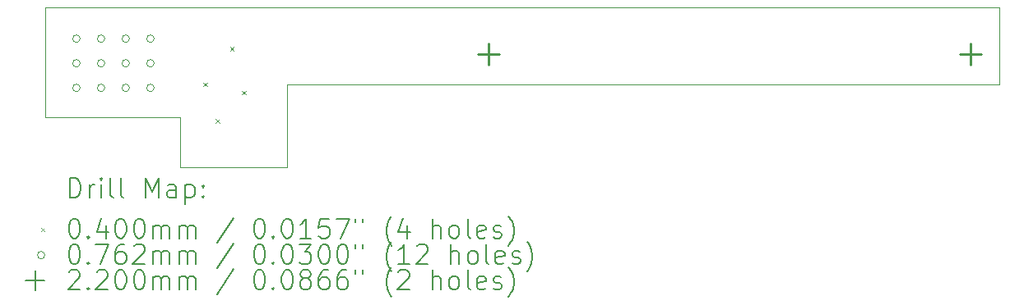
<source format=gbr>
%TF.GenerationSoftware,KiCad,Pcbnew,(6.0.8-1)-1*%
%TF.CreationDate,2023-12-09T20:57:14-06:00*%
%TF.ProjectId,RIO to STEMMA Dual,52494f20-746f-4205-9354-454d4d412044,rev?*%
%TF.SameCoordinates,Original*%
%TF.FileFunction,Drillmap*%
%TF.FilePolarity,Positive*%
%FSLAX45Y45*%
G04 Gerber Fmt 4.5, Leading zero omitted, Abs format (unit mm)*
G04 Created by KiCad (PCBNEW (6.0.8-1)-1) date 2023-12-09 20:57:14*
%MOMM*%
%LPD*%
G01*
G04 APERTURE LIST*
%ADD10C,0.100000*%
%ADD11C,0.200000*%
%ADD12C,0.040000*%
%ADD13C,0.076200*%
%ADD14C,0.220000*%
G04 APERTURE END LIST*
D10*
X9514840Y-6680200D02*
X8412480Y-6680200D01*
X8412480Y-6169660D02*
X7025320Y-6169660D01*
X8412480Y-6680200D02*
X8412480Y-6169660D01*
X7025320Y-6169660D02*
X7025320Y-5030200D01*
X7025320Y-5030200D02*
X16848150Y-5030200D01*
X9514840Y-5830200D02*
X9514840Y-6680200D01*
X16848150Y-5830200D02*
X9514840Y-5830200D01*
X16848150Y-5030200D02*
X16848150Y-5830200D01*
D11*
D12*
X8651560Y-5806760D02*
X8691560Y-5846760D01*
X8691560Y-5806760D02*
X8651560Y-5846760D01*
X8778560Y-6182680D02*
X8818560Y-6222680D01*
X8818560Y-6182680D02*
X8778560Y-6222680D01*
X8925880Y-5441000D02*
X8965880Y-5481000D01*
X8965880Y-5441000D02*
X8925880Y-5481000D01*
X9047800Y-5893120D02*
X9087800Y-5933120D01*
X9087800Y-5893120D02*
X9047800Y-5933120D01*
D13*
X7383780Y-5354320D02*
G75*
G03*
X7383780Y-5354320I-38100J0D01*
G01*
X7383780Y-5608320D02*
G75*
G03*
X7383780Y-5608320I-38100J0D01*
G01*
X7383780Y-5862320D02*
G75*
G03*
X7383780Y-5862320I-38100J0D01*
G01*
X7637780Y-5354320D02*
G75*
G03*
X7637780Y-5354320I-38100J0D01*
G01*
X7637780Y-5608320D02*
G75*
G03*
X7637780Y-5608320I-38100J0D01*
G01*
X7637780Y-5862320D02*
G75*
G03*
X7637780Y-5862320I-38100J0D01*
G01*
X7891780Y-5354320D02*
G75*
G03*
X7891780Y-5354320I-38100J0D01*
G01*
X7891780Y-5608320D02*
G75*
G03*
X7891780Y-5608320I-38100J0D01*
G01*
X7891780Y-5862320D02*
G75*
G03*
X7891780Y-5862320I-38100J0D01*
G01*
X8145780Y-5354320D02*
G75*
G03*
X8145780Y-5354320I-38100J0D01*
G01*
X8145780Y-5608320D02*
G75*
G03*
X8145780Y-5608320I-38100J0D01*
G01*
X8145780Y-5862320D02*
G75*
G03*
X8145780Y-5862320I-38100J0D01*
G01*
D14*
X11585150Y-5400999D02*
X11585150Y-5620999D01*
X11475150Y-5510999D02*
X11695150Y-5510999D01*
X16548150Y-5400999D02*
X16548150Y-5620999D01*
X16438150Y-5510999D02*
X16658150Y-5510999D01*
D11*
X7277939Y-6995676D02*
X7277939Y-6795676D01*
X7325558Y-6795676D01*
X7354129Y-6805200D01*
X7373177Y-6824248D01*
X7382701Y-6843295D01*
X7392225Y-6881390D01*
X7392225Y-6909962D01*
X7382701Y-6948057D01*
X7373177Y-6967105D01*
X7354129Y-6986152D01*
X7325558Y-6995676D01*
X7277939Y-6995676D01*
X7477939Y-6995676D02*
X7477939Y-6862343D01*
X7477939Y-6900438D02*
X7487463Y-6881390D01*
X7496987Y-6871867D01*
X7516034Y-6862343D01*
X7535082Y-6862343D01*
X7601748Y-6995676D02*
X7601748Y-6862343D01*
X7601748Y-6795676D02*
X7592225Y-6805200D01*
X7601748Y-6814724D01*
X7611272Y-6805200D01*
X7601748Y-6795676D01*
X7601748Y-6814724D01*
X7725558Y-6995676D02*
X7706510Y-6986152D01*
X7696987Y-6967105D01*
X7696987Y-6795676D01*
X7830320Y-6995676D02*
X7811272Y-6986152D01*
X7801748Y-6967105D01*
X7801748Y-6795676D01*
X8058891Y-6995676D02*
X8058891Y-6795676D01*
X8125558Y-6938533D01*
X8192225Y-6795676D01*
X8192225Y-6995676D01*
X8373177Y-6995676D02*
X8373177Y-6890914D01*
X8363653Y-6871867D01*
X8344606Y-6862343D01*
X8306510Y-6862343D01*
X8287463Y-6871867D01*
X8373177Y-6986152D02*
X8354129Y-6995676D01*
X8306510Y-6995676D01*
X8287463Y-6986152D01*
X8277939Y-6967105D01*
X8277939Y-6948057D01*
X8287463Y-6929009D01*
X8306510Y-6919486D01*
X8354129Y-6919486D01*
X8373177Y-6909962D01*
X8468415Y-6862343D02*
X8468415Y-7062343D01*
X8468415Y-6871867D02*
X8487463Y-6862343D01*
X8525558Y-6862343D01*
X8544606Y-6871867D01*
X8554130Y-6881390D01*
X8563653Y-6900438D01*
X8563653Y-6957581D01*
X8554130Y-6976628D01*
X8544606Y-6986152D01*
X8525558Y-6995676D01*
X8487463Y-6995676D01*
X8468415Y-6986152D01*
X8649368Y-6976628D02*
X8658891Y-6986152D01*
X8649368Y-6995676D01*
X8639844Y-6986152D01*
X8649368Y-6976628D01*
X8649368Y-6995676D01*
X8649368Y-6871867D02*
X8658891Y-6881390D01*
X8649368Y-6890914D01*
X8639844Y-6881390D01*
X8649368Y-6871867D01*
X8649368Y-6890914D01*
D12*
X6980320Y-7305200D02*
X7020320Y-7345200D01*
X7020320Y-7305200D02*
X6980320Y-7345200D01*
D11*
X7316034Y-7215676D02*
X7335082Y-7215676D01*
X7354129Y-7225200D01*
X7363653Y-7234724D01*
X7373177Y-7253771D01*
X7382701Y-7291867D01*
X7382701Y-7339486D01*
X7373177Y-7377581D01*
X7363653Y-7396628D01*
X7354129Y-7406152D01*
X7335082Y-7415676D01*
X7316034Y-7415676D01*
X7296987Y-7406152D01*
X7287463Y-7396628D01*
X7277939Y-7377581D01*
X7268415Y-7339486D01*
X7268415Y-7291867D01*
X7277939Y-7253771D01*
X7287463Y-7234724D01*
X7296987Y-7225200D01*
X7316034Y-7215676D01*
X7468415Y-7396628D02*
X7477939Y-7406152D01*
X7468415Y-7415676D01*
X7458891Y-7406152D01*
X7468415Y-7396628D01*
X7468415Y-7415676D01*
X7649368Y-7282343D02*
X7649368Y-7415676D01*
X7601748Y-7206152D02*
X7554129Y-7349009D01*
X7677939Y-7349009D01*
X7792225Y-7215676D02*
X7811272Y-7215676D01*
X7830320Y-7225200D01*
X7839844Y-7234724D01*
X7849368Y-7253771D01*
X7858891Y-7291867D01*
X7858891Y-7339486D01*
X7849368Y-7377581D01*
X7839844Y-7396628D01*
X7830320Y-7406152D01*
X7811272Y-7415676D01*
X7792225Y-7415676D01*
X7773177Y-7406152D01*
X7763653Y-7396628D01*
X7754129Y-7377581D01*
X7744606Y-7339486D01*
X7744606Y-7291867D01*
X7754129Y-7253771D01*
X7763653Y-7234724D01*
X7773177Y-7225200D01*
X7792225Y-7215676D01*
X7982701Y-7215676D02*
X8001748Y-7215676D01*
X8020796Y-7225200D01*
X8030320Y-7234724D01*
X8039844Y-7253771D01*
X8049368Y-7291867D01*
X8049368Y-7339486D01*
X8039844Y-7377581D01*
X8030320Y-7396628D01*
X8020796Y-7406152D01*
X8001748Y-7415676D01*
X7982701Y-7415676D01*
X7963653Y-7406152D01*
X7954129Y-7396628D01*
X7944606Y-7377581D01*
X7935082Y-7339486D01*
X7935082Y-7291867D01*
X7944606Y-7253771D01*
X7954129Y-7234724D01*
X7963653Y-7225200D01*
X7982701Y-7215676D01*
X8135082Y-7415676D02*
X8135082Y-7282343D01*
X8135082Y-7301390D02*
X8144606Y-7291867D01*
X8163653Y-7282343D01*
X8192225Y-7282343D01*
X8211272Y-7291867D01*
X8220796Y-7310914D01*
X8220796Y-7415676D01*
X8220796Y-7310914D02*
X8230320Y-7291867D01*
X8249368Y-7282343D01*
X8277939Y-7282343D01*
X8296987Y-7291867D01*
X8306510Y-7310914D01*
X8306510Y-7415676D01*
X8401749Y-7415676D02*
X8401749Y-7282343D01*
X8401749Y-7301390D02*
X8411272Y-7291867D01*
X8430320Y-7282343D01*
X8458891Y-7282343D01*
X8477939Y-7291867D01*
X8487463Y-7310914D01*
X8487463Y-7415676D01*
X8487463Y-7310914D02*
X8496987Y-7291867D01*
X8516034Y-7282343D01*
X8544606Y-7282343D01*
X8563653Y-7291867D01*
X8573177Y-7310914D01*
X8573177Y-7415676D01*
X8963653Y-7206152D02*
X8792225Y-7463295D01*
X9220796Y-7215676D02*
X9239844Y-7215676D01*
X9258891Y-7225200D01*
X9268415Y-7234724D01*
X9277939Y-7253771D01*
X9287463Y-7291867D01*
X9287463Y-7339486D01*
X9277939Y-7377581D01*
X9268415Y-7396628D01*
X9258891Y-7406152D01*
X9239844Y-7415676D01*
X9220796Y-7415676D01*
X9201749Y-7406152D01*
X9192225Y-7396628D01*
X9182701Y-7377581D01*
X9173177Y-7339486D01*
X9173177Y-7291867D01*
X9182701Y-7253771D01*
X9192225Y-7234724D01*
X9201749Y-7225200D01*
X9220796Y-7215676D01*
X9373177Y-7396628D02*
X9382701Y-7406152D01*
X9373177Y-7415676D01*
X9363653Y-7406152D01*
X9373177Y-7396628D01*
X9373177Y-7415676D01*
X9506510Y-7215676D02*
X9525558Y-7215676D01*
X9544606Y-7225200D01*
X9554130Y-7234724D01*
X9563653Y-7253771D01*
X9573177Y-7291867D01*
X9573177Y-7339486D01*
X9563653Y-7377581D01*
X9554130Y-7396628D01*
X9544606Y-7406152D01*
X9525558Y-7415676D01*
X9506510Y-7415676D01*
X9487463Y-7406152D01*
X9477939Y-7396628D01*
X9468415Y-7377581D01*
X9458891Y-7339486D01*
X9458891Y-7291867D01*
X9468415Y-7253771D01*
X9477939Y-7234724D01*
X9487463Y-7225200D01*
X9506510Y-7215676D01*
X9763653Y-7415676D02*
X9649368Y-7415676D01*
X9706510Y-7415676D02*
X9706510Y-7215676D01*
X9687463Y-7244248D01*
X9668415Y-7263295D01*
X9649368Y-7272819D01*
X9944606Y-7215676D02*
X9849368Y-7215676D01*
X9839844Y-7310914D01*
X9849368Y-7301390D01*
X9868415Y-7291867D01*
X9916034Y-7291867D01*
X9935082Y-7301390D01*
X9944606Y-7310914D01*
X9954130Y-7329962D01*
X9954130Y-7377581D01*
X9944606Y-7396628D01*
X9935082Y-7406152D01*
X9916034Y-7415676D01*
X9868415Y-7415676D01*
X9849368Y-7406152D01*
X9839844Y-7396628D01*
X10020796Y-7215676D02*
X10154130Y-7215676D01*
X10068415Y-7415676D01*
X10220796Y-7215676D02*
X10220796Y-7253771D01*
X10296987Y-7215676D02*
X10296987Y-7253771D01*
X10592225Y-7491867D02*
X10582701Y-7482343D01*
X10563653Y-7453771D01*
X10554130Y-7434724D01*
X10544606Y-7406152D01*
X10535082Y-7358533D01*
X10535082Y-7320438D01*
X10544606Y-7272819D01*
X10554130Y-7244248D01*
X10563653Y-7225200D01*
X10582701Y-7196628D01*
X10592225Y-7187105D01*
X10754130Y-7282343D02*
X10754130Y-7415676D01*
X10706510Y-7206152D02*
X10658891Y-7349009D01*
X10782701Y-7349009D01*
X11011272Y-7415676D02*
X11011272Y-7215676D01*
X11096987Y-7415676D02*
X11096987Y-7310914D01*
X11087463Y-7291867D01*
X11068415Y-7282343D01*
X11039844Y-7282343D01*
X11020796Y-7291867D01*
X11011272Y-7301390D01*
X11220796Y-7415676D02*
X11201748Y-7406152D01*
X11192225Y-7396628D01*
X11182701Y-7377581D01*
X11182701Y-7320438D01*
X11192225Y-7301390D01*
X11201748Y-7291867D01*
X11220796Y-7282343D01*
X11249368Y-7282343D01*
X11268415Y-7291867D01*
X11277939Y-7301390D01*
X11287463Y-7320438D01*
X11287463Y-7377581D01*
X11277939Y-7396628D01*
X11268415Y-7406152D01*
X11249368Y-7415676D01*
X11220796Y-7415676D01*
X11401748Y-7415676D02*
X11382701Y-7406152D01*
X11373177Y-7387105D01*
X11373177Y-7215676D01*
X11554129Y-7406152D02*
X11535082Y-7415676D01*
X11496987Y-7415676D01*
X11477939Y-7406152D01*
X11468415Y-7387105D01*
X11468415Y-7310914D01*
X11477939Y-7291867D01*
X11496987Y-7282343D01*
X11535082Y-7282343D01*
X11554129Y-7291867D01*
X11563653Y-7310914D01*
X11563653Y-7329962D01*
X11468415Y-7349009D01*
X11639844Y-7406152D02*
X11658891Y-7415676D01*
X11696987Y-7415676D01*
X11716034Y-7406152D01*
X11725558Y-7387105D01*
X11725558Y-7377581D01*
X11716034Y-7358533D01*
X11696987Y-7349009D01*
X11668415Y-7349009D01*
X11649368Y-7339486D01*
X11639844Y-7320438D01*
X11639844Y-7310914D01*
X11649368Y-7291867D01*
X11668415Y-7282343D01*
X11696987Y-7282343D01*
X11716034Y-7291867D01*
X11792225Y-7491867D02*
X11801748Y-7482343D01*
X11820796Y-7453771D01*
X11830320Y-7434724D01*
X11839844Y-7406152D01*
X11849368Y-7358533D01*
X11849368Y-7320438D01*
X11839844Y-7272819D01*
X11830320Y-7244248D01*
X11820796Y-7225200D01*
X11801748Y-7196628D01*
X11792225Y-7187105D01*
D13*
X7020320Y-7589200D02*
G75*
G03*
X7020320Y-7589200I-38100J0D01*
G01*
D11*
X7316034Y-7479676D02*
X7335082Y-7479676D01*
X7354129Y-7489200D01*
X7363653Y-7498724D01*
X7373177Y-7517771D01*
X7382701Y-7555867D01*
X7382701Y-7603486D01*
X7373177Y-7641581D01*
X7363653Y-7660628D01*
X7354129Y-7670152D01*
X7335082Y-7679676D01*
X7316034Y-7679676D01*
X7296987Y-7670152D01*
X7287463Y-7660628D01*
X7277939Y-7641581D01*
X7268415Y-7603486D01*
X7268415Y-7555867D01*
X7277939Y-7517771D01*
X7287463Y-7498724D01*
X7296987Y-7489200D01*
X7316034Y-7479676D01*
X7468415Y-7660628D02*
X7477939Y-7670152D01*
X7468415Y-7679676D01*
X7458891Y-7670152D01*
X7468415Y-7660628D01*
X7468415Y-7679676D01*
X7544606Y-7479676D02*
X7677939Y-7479676D01*
X7592225Y-7679676D01*
X7839844Y-7479676D02*
X7801748Y-7479676D01*
X7782701Y-7489200D01*
X7773177Y-7498724D01*
X7754129Y-7527295D01*
X7744606Y-7565390D01*
X7744606Y-7641581D01*
X7754129Y-7660628D01*
X7763653Y-7670152D01*
X7782701Y-7679676D01*
X7820796Y-7679676D01*
X7839844Y-7670152D01*
X7849368Y-7660628D01*
X7858891Y-7641581D01*
X7858891Y-7593962D01*
X7849368Y-7574914D01*
X7839844Y-7565390D01*
X7820796Y-7555867D01*
X7782701Y-7555867D01*
X7763653Y-7565390D01*
X7754129Y-7574914D01*
X7744606Y-7593962D01*
X7935082Y-7498724D02*
X7944606Y-7489200D01*
X7963653Y-7479676D01*
X8011272Y-7479676D01*
X8030320Y-7489200D01*
X8039844Y-7498724D01*
X8049368Y-7517771D01*
X8049368Y-7536819D01*
X8039844Y-7565390D01*
X7925558Y-7679676D01*
X8049368Y-7679676D01*
X8135082Y-7679676D02*
X8135082Y-7546343D01*
X8135082Y-7565390D02*
X8144606Y-7555867D01*
X8163653Y-7546343D01*
X8192225Y-7546343D01*
X8211272Y-7555867D01*
X8220796Y-7574914D01*
X8220796Y-7679676D01*
X8220796Y-7574914D02*
X8230320Y-7555867D01*
X8249368Y-7546343D01*
X8277939Y-7546343D01*
X8296987Y-7555867D01*
X8306510Y-7574914D01*
X8306510Y-7679676D01*
X8401749Y-7679676D02*
X8401749Y-7546343D01*
X8401749Y-7565390D02*
X8411272Y-7555867D01*
X8430320Y-7546343D01*
X8458891Y-7546343D01*
X8477939Y-7555867D01*
X8487463Y-7574914D01*
X8487463Y-7679676D01*
X8487463Y-7574914D02*
X8496987Y-7555867D01*
X8516034Y-7546343D01*
X8544606Y-7546343D01*
X8563653Y-7555867D01*
X8573177Y-7574914D01*
X8573177Y-7679676D01*
X8963653Y-7470152D02*
X8792225Y-7727295D01*
X9220796Y-7479676D02*
X9239844Y-7479676D01*
X9258891Y-7489200D01*
X9268415Y-7498724D01*
X9277939Y-7517771D01*
X9287463Y-7555867D01*
X9287463Y-7603486D01*
X9277939Y-7641581D01*
X9268415Y-7660628D01*
X9258891Y-7670152D01*
X9239844Y-7679676D01*
X9220796Y-7679676D01*
X9201749Y-7670152D01*
X9192225Y-7660628D01*
X9182701Y-7641581D01*
X9173177Y-7603486D01*
X9173177Y-7555867D01*
X9182701Y-7517771D01*
X9192225Y-7498724D01*
X9201749Y-7489200D01*
X9220796Y-7479676D01*
X9373177Y-7660628D02*
X9382701Y-7670152D01*
X9373177Y-7679676D01*
X9363653Y-7670152D01*
X9373177Y-7660628D01*
X9373177Y-7679676D01*
X9506510Y-7479676D02*
X9525558Y-7479676D01*
X9544606Y-7489200D01*
X9554130Y-7498724D01*
X9563653Y-7517771D01*
X9573177Y-7555867D01*
X9573177Y-7603486D01*
X9563653Y-7641581D01*
X9554130Y-7660628D01*
X9544606Y-7670152D01*
X9525558Y-7679676D01*
X9506510Y-7679676D01*
X9487463Y-7670152D01*
X9477939Y-7660628D01*
X9468415Y-7641581D01*
X9458891Y-7603486D01*
X9458891Y-7555867D01*
X9468415Y-7517771D01*
X9477939Y-7498724D01*
X9487463Y-7489200D01*
X9506510Y-7479676D01*
X9639844Y-7479676D02*
X9763653Y-7479676D01*
X9696987Y-7555867D01*
X9725558Y-7555867D01*
X9744606Y-7565390D01*
X9754130Y-7574914D01*
X9763653Y-7593962D01*
X9763653Y-7641581D01*
X9754130Y-7660628D01*
X9744606Y-7670152D01*
X9725558Y-7679676D01*
X9668415Y-7679676D01*
X9649368Y-7670152D01*
X9639844Y-7660628D01*
X9887463Y-7479676D02*
X9906510Y-7479676D01*
X9925558Y-7489200D01*
X9935082Y-7498724D01*
X9944606Y-7517771D01*
X9954130Y-7555867D01*
X9954130Y-7603486D01*
X9944606Y-7641581D01*
X9935082Y-7660628D01*
X9925558Y-7670152D01*
X9906510Y-7679676D01*
X9887463Y-7679676D01*
X9868415Y-7670152D01*
X9858891Y-7660628D01*
X9849368Y-7641581D01*
X9839844Y-7603486D01*
X9839844Y-7555867D01*
X9849368Y-7517771D01*
X9858891Y-7498724D01*
X9868415Y-7489200D01*
X9887463Y-7479676D01*
X10077939Y-7479676D02*
X10096987Y-7479676D01*
X10116034Y-7489200D01*
X10125558Y-7498724D01*
X10135082Y-7517771D01*
X10144606Y-7555867D01*
X10144606Y-7603486D01*
X10135082Y-7641581D01*
X10125558Y-7660628D01*
X10116034Y-7670152D01*
X10096987Y-7679676D01*
X10077939Y-7679676D01*
X10058891Y-7670152D01*
X10049368Y-7660628D01*
X10039844Y-7641581D01*
X10030320Y-7603486D01*
X10030320Y-7555867D01*
X10039844Y-7517771D01*
X10049368Y-7498724D01*
X10058891Y-7489200D01*
X10077939Y-7479676D01*
X10220796Y-7479676D02*
X10220796Y-7517771D01*
X10296987Y-7479676D02*
X10296987Y-7517771D01*
X10592225Y-7755867D02*
X10582701Y-7746343D01*
X10563653Y-7717771D01*
X10554130Y-7698724D01*
X10544606Y-7670152D01*
X10535082Y-7622533D01*
X10535082Y-7584438D01*
X10544606Y-7536819D01*
X10554130Y-7508248D01*
X10563653Y-7489200D01*
X10582701Y-7460628D01*
X10592225Y-7451105D01*
X10773177Y-7679676D02*
X10658891Y-7679676D01*
X10716034Y-7679676D02*
X10716034Y-7479676D01*
X10696987Y-7508248D01*
X10677939Y-7527295D01*
X10658891Y-7536819D01*
X10849368Y-7498724D02*
X10858891Y-7489200D01*
X10877939Y-7479676D01*
X10925558Y-7479676D01*
X10944606Y-7489200D01*
X10954130Y-7498724D01*
X10963653Y-7517771D01*
X10963653Y-7536819D01*
X10954130Y-7565390D01*
X10839844Y-7679676D01*
X10963653Y-7679676D01*
X11201748Y-7679676D02*
X11201748Y-7479676D01*
X11287463Y-7679676D02*
X11287463Y-7574914D01*
X11277939Y-7555867D01*
X11258891Y-7546343D01*
X11230320Y-7546343D01*
X11211272Y-7555867D01*
X11201748Y-7565390D01*
X11411272Y-7679676D02*
X11392225Y-7670152D01*
X11382701Y-7660628D01*
X11373177Y-7641581D01*
X11373177Y-7584438D01*
X11382701Y-7565390D01*
X11392225Y-7555867D01*
X11411272Y-7546343D01*
X11439844Y-7546343D01*
X11458891Y-7555867D01*
X11468415Y-7565390D01*
X11477939Y-7584438D01*
X11477939Y-7641581D01*
X11468415Y-7660628D01*
X11458891Y-7670152D01*
X11439844Y-7679676D01*
X11411272Y-7679676D01*
X11592225Y-7679676D02*
X11573177Y-7670152D01*
X11563653Y-7651105D01*
X11563653Y-7479676D01*
X11744606Y-7670152D02*
X11725558Y-7679676D01*
X11687463Y-7679676D01*
X11668415Y-7670152D01*
X11658891Y-7651105D01*
X11658891Y-7574914D01*
X11668415Y-7555867D01*
X11687463Y-7546343D01*
X11725558Y-7546343D01*
X11744606Y-7555867D01*
X11754129Y-7574914D01*
X11754129Y-7593962D01*
X11658891Y-7613009D01*
X11830320Y-7670152D02*
X11849368Y-7679676D01*
X11887463Y-7679676D01*
X11906510Y-7670152D01*
X11916034Y-7651105D01*
X11916034Y-7641581D01*
X11906510Y-7622533D01*
X11887463Y-7613009D01*
X11858891Y-7613009D01*
X11839844Y-7603486D01*
X11830320Y-7584438D01*
X11830320Y-7574914D01*
X11839844Y-7555867D01*
X11858891Y-7546343D01*
X11887463Y-7546343D01*
X11906510Y-7555867D01*
X11982701Y-7755867D02*
X11992225Y-7746343D01*
X12011272Y-7717771D01*
X12020796Y-7698724D01*
X12030320Y-7670152D01*
X12039844Y-7622533D01*
X12039844Y-7584438D01*
X12030320Y-7536819D01*
X12020796Y-7508248D01*
X12011272Y-7489200D01*
X11992225Y-7460628D01*
X11982701Y-7451105D01*
X6920320Y-7753200D02*
X6920320Y-7953200D01*
X6820320Y-7853200D02*
X7020320Y-7853200D01*
X7268415Y-7762724D02*
X7277939Y-7753200D01*
X7296987Y-7743676D01*
X7344606Y-7743676D01*
X7363653Y-7753200D01*
X7373177Y-7762724D01*
X7382701Y-7781771D01*
X7382701Y-7800819D01*
X7373177Y-7829390D01*
X7258891Y-7943676D01*
X7382701Y-7943676D01*
X7468415Y-7924628D02*
X7477939Y-7934152D01*
X7468415Y-7943676D01*
X7458891Y-7934152D01*
X7468415Y-7924628D01*
X7468415Y-7943676D01*
X7554129Y-7762724D02*
X7563653Y-7753200D01*
X7582701Y-7743676D01*
X7630320Y-7743676D01*
X7649368Y-7753200D01*
X7658891Y-7762724D01*
X7668415Y-7781771D01*
X7668415Y-7800819D01*
X7658891Y-7829390D01*
X7544606Y-7943676D01*
X7668415Y-7943676D01*
X7792225Y-7743676D02*
X7811272Y-7743676D01*
X7830320Y-7753200D01*
X7839844Y-7762724D01*
X7849368Y-7781771D01*
X7858891Y-7819867D01*
X7858891Y-7867486D01*
X7849368Y-7905581D01*
X7839844Y-7924628D01*
X7830320Y-7934152D01*
X7811272Y-7943676D01*
X7792225Y-7943676D01*
X7773177Y-7934152D01*
X7763653Y-7924628D01*
X7754129Y-7905581D01*
X7744606Y-7867486D01*
X7744606Y-7819867D01*
X7754129Y-7781771D01*
X7763653Y-7762724D01*
X7773177Y-7753200D01*
X7792225Y-7743676D01*
X7982701Y-7743676D02*
X8001748Y-7743676D01*
X8020796Y-7753200D01*
X8030320Y-7762724D01*
X8039844Y-7781771D01*
X8049368Y-7819867D01*
X8049368Y-7867486D01*
X8039844Y-7905581D01*
X8030320Y-7924628D01*
X8020796Y-7934152D01*
X8001748Y-7943676D01*
X7982701Y-7943676D01*
X7963653Y-7934152D01*
X7954129Y-7924628D01*
X7944606Y-7905581D01*
X7935082Y-7867486D01*
X7935082Y-7819867D01*
X7944606Y-7781771D01*
X7954129Y-7762724D01*
X7963653Y-7753200D01*
X7982701Y-7743676D01*
X8135082Y-7943676D02*
X8135082Y-7810343D01*
X8135082Y-7829390D02*
X8144606Y-7819867D01*
X8163653Y-7810343D01*
X8192225Y-7810343D01*
X8211272Y-7819867D01*
X8220796Y-7838914D01*
X8220796Y-7943676D01*
X8220796Y-7838914D02*
X8230320Y-7819867D01*
X8249368Y-7810343D01*
X8277939Y-7810343D01*
X8296987Y-7819867D01*
X8306510Y-7838914D01*
X8306510Y-7943676D01*
X8401749Y-7943676D02*
X8401749Y-7810343D01*
X8401749Y-7829390D02*
X8411272Y-7819867D01*
X8430320Y-7810343D01*
X8458891Y-7810343D01*
X8477939Y-7819867D01*
X8487463Y-7838914D01*
X8487463Y-7943676D01*
X8487463Y-7838914D02*
X8496987Y-7819867D01*
X8516034Y-7810343D01*
X8544606Y-7810343D01*
X8563653Y-7819867D01*
X8573177Y-7838914D01*
X8573177Y-7943676D01*
X8963653Y-7734152D02*
X8792225Y-7991295D01*
X9220796Y-7743676D02*
X9239844Y-7743676D01*
X9258891Y-7753200D01*
X9268415Y-7762724D01*
X9277939Y-7781771D01*
X9287463Y-7819867D01*
X9287463Y-7867486D01*
X9277939Y-7905581D01*
X9268415Y-7924628D01*
X9258891Y-7934152D01*
X9239844Y-7943676D01*
X9220796Y-7943676D01*
X9201749Y-7934152D01*
X9192225Y-7924628D01*
X9182701Y-7905581D01*
X9173177Y-7867486D01*
X9173177Y-7819867D01*
X9182701Y-7781771D01*
X9192225Y-7762724D01*
X9201749Y-7753200D01*
X9220796Y-7743676D01*
X9373177Y-7924628D02*
X9382701Y-7934152D01*
X9373177Y-7943676D01*
X9363653Y-7934152D01*
X9373177Y-7924628D01*
X9373177Y-7943676D01*
X9506510Y-7743676D02*
X9525558Y-7743676D01*
X9544606Y-7753200D01*
X9554130Y-7762724D01*
X9563653Y-7781771D01*
X9573177Y-7819867D01*
X9573177Y-7867486D01*
X9563653Y-7905581D01*
X9554130Y-7924628D01*
X9544606Y-7934152D01*
X9525558Y-7943676D01*
X9506510Y-7943676D01*
X9487463Y-7934152D01*
X9477939Y-7924628D01*
X9468415Y-7905581D01*
X9458891Y-7867486D01*
X9458891Y-7819867D01*
X9468415Y-7781771D01*
X9477939Y-7762724D01*
X9487463Y-7753200D01*
X9506510Y-7743676D01*
X9687463Y-7829390D02*
X9668415Y-7819867D01*
X9658891Y-7810343D01*
X9649368Y-7791295D01*
X9649368Y-7781771D01*
X9658891Y-7762724D01*
X9668415Y-7753200D01*
X9687463Y-7743676D01*
X9725558Y-7743676D01*
X9744606Y-7753200D01*
X9754130Y-7762724D01*
X9763653Y-7781771D01*
X9763653Y-7791295D01*
X9754130Y-7810343D01*
X9744606Y-7819867D01*
X9725558Y-7829390D01*
X9687463Y-7829390D01*
X9668415Y-7838914D01*
X9658891Y-7848438D01*
X9649368Y-7867486D01*
X9649368Y-7905581D01*
X9658891Y-7924628D01*
X9668415Y-7934152D01*
X9687463Y-7943676D01*
X9725558Y-7943676D01*
X9744606Y-7934152D01*
X9754130Y-7924628D01*
X9763653Y-7905581D01*
X9763653Y-7867486D01*
X9754130Y-7848438D01*
X9744606Y-7838914D01*
X9725558Y-7829390D01*
X9935082Y-7743676D02*
X9896987Y-7743676D01*
X9877939Y-7753200D01*
X9868415Y-7762724D01*
X9849368Y-7791295D01*
X9839844Y-7829390D01*
X9839844Y-7905581D01*
X9849368Y-7924628D01*
X9858891Y-7934152D01*
X9877939Y-7943676D01*
X9916034Y-7943676D01*
X9935082Y-7934152D01*
X9944606Y-7924628D01*
X9954130Y-7905581D01*
X9954130Y-7857962D01*
X9944606Y-7838914D01*
X9935082Y-7829390D01*
X9916034Y-7819867D01*
X9877939Y-7819867D01*
X9858891Y-7829390D01*
X9849368Y-7838914D01*
X9839844Y-7857962D01*
X10125558Y-7743676D02*
X10087463Y-7743676D01*
X10068415Y-7753200D01*
X10058891Y-7762724D01*
X10039844Y-7791295D01*
X10030320Y-7829390D01*
X10030320Y-7905581D01*
X10039844Y-7924628D01*
X10049368Y-7934152D01*
X10068415Y-7943676D01*
X10106510Y-7943676D01*
X10125558Y-7934152D01*
X10135082Y-7924628D01*
X10144606Y-7905581D01*
X10144606Y-7857962D01*
X10135082Y-7838914D01*
X10125558Y-7829390D01*
X10106510Y-7819867D01*
X10068415Y-7819867D01*
X10049368Y-7829390D01*
X10039844Y-7838914D01*
X10030320Y-7857962D01*
X10220796Y-7743676D02*
X10220796Y-7781771D01*
X10296987Y-7743676D02*
X10296987Y-7781771D01*
X10592225Y-8019867D02*
X10582701Y-8010343D01*
X10563653Y-7981771D01*
X10554130Y-7962724D01*
X10544606Y-7934152D01*
X10535082Y-7886533D01*
X10535082Y-7848438D01*
X10544606Y-7800819D01*
X10554130Y-7772248D01*
X10563653Y-7753200D01*
X10582701Y-7724628D01*
X10592225Y-7715105D01*
X10658891Y-7762724D02*
X10668415Y-7753200D01*
X10687463Y-7743676D01*
X10735082Y-7743676D01*
X10754130Y-7753200D01*
X10763653Y-7762724D01*
X10773177Y-7781771D01*
X10773177Y-7800819D01*
X10763653Y-7829390D01*
X10649368Y-7943676D01*
X10773177Y-7943676D01*
X11011272Y-7943676D02*
X11011272Y-7743676D01*
X11096987Y-7943676D02*
X11096987Y-7838914D01*
X11087463Y-7819867D01*
X11068415Y-7810343D01*
X11039844Y-7810343D01*
X11020796Y-7819867D01*
X11011272Y-7829390D01*
X11220796Y-7943676D02*
X11201748Y-7934152D01*
X11192225Y-7924628D01*
X11182701Y-7905581D01*
X11182701Y-7848438D01*
X11192225Y-7829390D01*
X11201748Y-7819867D01*
X11220796Y-7810343D01*
X11249368Y-7810343D01*
X11268415Y-7819867D01*
X11277939Y-7829390D01*
X11287463Y-7848438D01*
X11287463Y-7905581D01*
X11277939Y-7924628D01*
X11268415Y-7934152D01*
X11249368Y-7943676D01*
X11220796Y-7943676D01*
X11401748Y-7943676D02*
X11382701Y-7934152D01*
X11373177Y-7915105D01*
X11373177Y-7743676D01*
X11554129Y-7934152D02*
X11535082Y-7943676D01*
X11496987Y-7943676D01*
X11477939Y-7934152D01*
X11468415Y-7915105D01*
X11468415Y-7838914D01*
X11477939Y-7819867D01*
X11496987Y-7810343D01*
X11535082Y-7810343D01*
X11554129Y-7819867D01*
X11563653Y-7838914D01*
X11563653Y-7857962D01*
X11468415Y-7877009D01*
X11639844Y-7934152D02*
X11658891Y-7943676D01*
X11696987Y-7943676D01*
X11716034Y-7934152D01*
X11725558Y-7915105D01*
X11725558Y-7905581D01*
X11716034Y-7886533D01*
X11696987Y-7877009D01*
X11668415Y-7877009D01*
X11649368Y-7867486D01*
X11639844Y-7848438D01*
X11639844Y-7838914D01*
X11649368Y-7819867D01*
X11668415Y-7810343D01*
X11696987Y-7810343D01*
X11716034Y-7819867D01*
X11792225Y-8019867D02*
X11801748Y-8010343D01*
X11820796Y-7981771D01*
X11830320Y-7962724D01*
X11839844Y-7934152D01*
X11849368Y-7886533D01*
X11849368Y-7848438D01*
X11839844Y-7800819D01*
X11830320Y-7772248D01*
X11820796Y-7753200D01*
X11801748Y-7724628D01*
X11792225Y-7715105D01*
M02*

</source>
